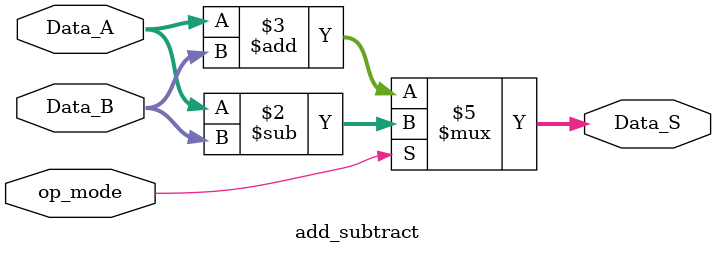
<source format=v>
`timescale 1ns / 1ps
module add_subtract
	# (parameter W = 8)
	(
		input wire op_mode, //0:Add, 1:Subtract
		input wire [W-1:0] Data_A,
		input wire [W-1:0] Data_B,
		output reg [W-1:0] Data_S  
    );

	always @*
		if(op_mode)
			Data_S <= Data_A - Data_B;
		else
			Data_S <= Data_A + Data_B;

endmodule

</source>
